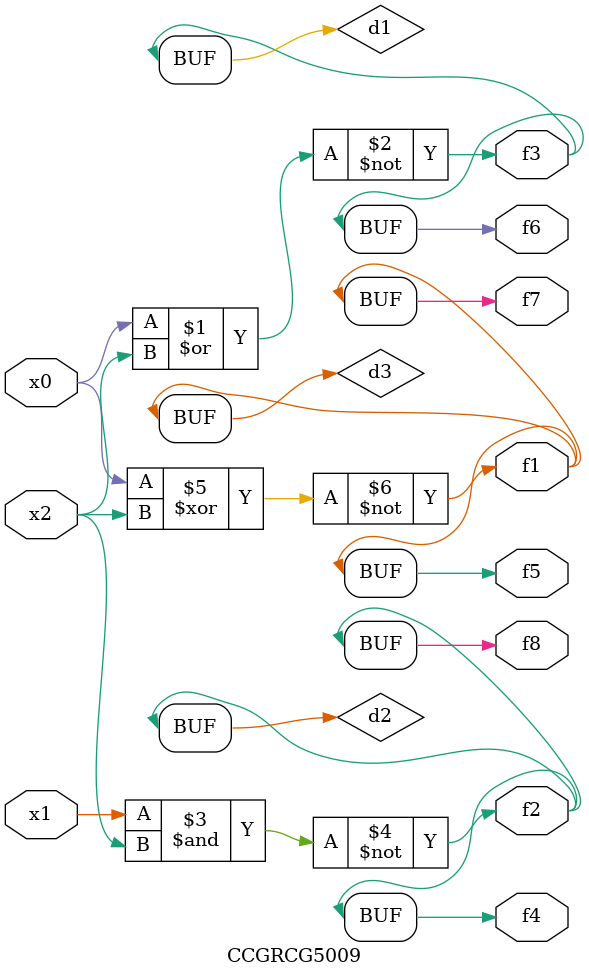
<source format=v>
module CCGRCG5009(
	input x0, x1, x2,
	output f1, f2, f3, f4, f5, f6, f7, f8
);

	wire d1, d2, d3;

	nor (d1, x0, x2);
	nand (d2, x1, x2);
	xnor (d3, x0, x2);
	assign f1 = d3;
	assign f2 = d2;
	assign f3 = d1;
	assign f4 = d2;
	assign f5 = d3;
	assign f6 = d1;
	assign f7 = d3;
	assign f8 = d2;
endmodule

</source>
